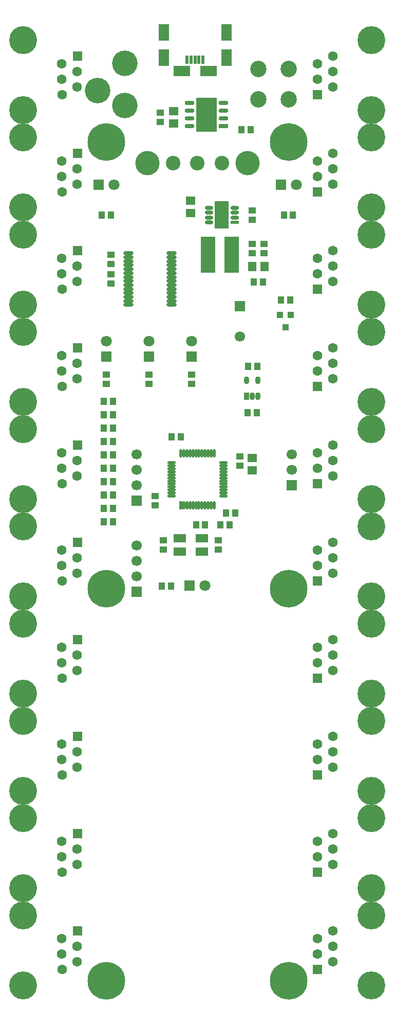
<source format=gbr>
G04 #@! TF.FileFunction,Soldermask,Top*
%FSLAX46Y46*%
G04 Gerber Fmt 4.6, Leading zero omitted, Abs format (unit mm)*
G04 Created by KiCad (PCBNEW (after 2015-mar-04 BZR unknown)-product) date 25.04.2015 20:58:03*
%MOMM*%
G01*
G04 APERTURE LIST*
%ADD10C,0.100000*%
%ADD11R,1.216000X1.089000*%
%ADD12R,1.343000X1.597000*%
%ADD13R,1.089000X1.216000*%
%ADD14R,1.700000X1.700000*%
%ADD15C,1.700000*%
%ADD16R,1.597000X1.343000*%
%ADD17R,1.800000X1.800000*%
%ADD18C,1.800000*%
%ADD19O,1.599540X0.708000*%
%ADD20R,1.599540X0.708000*%
%ADD21R,1.300000X1.300000*%
%ADD22R,1.400000X0.600000*%
%ADD23O,1.400000X0.600000*%
%ADD24R,0.835000X1.300000*%
%ADD25O,0.835000X1.300000*%
%ADD26R,0.500000X1.400000*%
%ADD27O,0.500000X1.400000*%
%ADD28O,1.400000X0.500000*%
%ADD29C,6.200000*%
%ADD30R,2.348840X5.998820*%
%ADD31R,1.114400X1.114400*%
%ADD32R,1.100000X1.200000*%
%ADD33R,1.200000X1.100000*%
%ADD34C,4.600000*%
%ADD35C,1.600000*%
%ADD36R,1.600000X1.600000*%
%ADD37C,4.200000*%
%ADD38C,2.700000*%
%ADD39R,1.700000X2.700000*%
%ADD40R,2.700000X1.700000*%
%ADD41R,0.600000X1.450000*%
%ADD42R,2.099920X1.398880*%
%ADD43C,2.400000*%
%ADD44C,4.000000*%
%ADD45O,1.700000X0.600000*%
G04 APERTURE END LIST*
D10*
D11*
X70200000Y-57038000D03*
X70200000Y-58562000D03*
X70200000Y-61762000D03*
X70200000Y-60238000D03*
D12*
X95516000Y-59000000D03*
X93484000Y-59000000D03*
D13*
X95262000Y-61500000D03*
X93738000Y-61500000D03*
X94362000Y-75400000D03*
X92838000Y-75400000D03*
X94262000Y-83000000D03*
X92738000Y-83000000D03*
D14*
X91500000Y-65500000D03*
D15*
X91500000Y-70500000D03*
D16*
X93500000Y-90484000D03*
X93500000Y-92516000D03*
D11*
X91500000Y-90238000D03*
X91500000Y-91762000D03*
X77500000Y-98262000D03*
X77500000Y-96738000D03*
D13*
X89238000Y-99500000D03*
X90762000Y-99500000D03*
X88238000Y-101500000D03*
X89762000Y-101500000D03*
X80238000Y-87000000D03*
X81762000Y-87000000D03*
D16*
X80600000Y-35416000D03*
X80600000Y-33384000D03*
D11*
X78400000Y-35162000D03*
X78400000Y-33638000D03*
D16*
X83400000Y-50216000D03*
X83400000Y-48184000D03*
D11*
X93500000Y-51262000D03*
X93500000Y-49738000D03*
X87900000Y-104038000D03*
X87900000Y-105562000D03*
X78900000Y-105562000D03*
X78900000Y-104038000D03*
D17*
X68230000Y-45500000D03*
D18*
X70770000Y-45500000D03*
D17*
X83500000Y-73770000D03*
D18*
X83500000Y-71230000D03*
D17*
X76500000Y-73770000D03*
D18*
X76500000Y-71230000D03*
D17*
X69500000Y-73770000D03*
D18*
X69500000Y-71230000D03*
D17*
X98230000Y-45500000D03*
D18*
X100770000Y-45500000D03*
D17*
X83230000Y-111500000D03*
D18*
X85770000Y-111500000D03*
D19*
X83206000Y-35905000D03*
D20*
X88794000Y-35905000D03*
D19*
X83206000Y-34635000D03*
X83206000Y-33365000D03*
X83206000Y-32095000D03*
X88794000Y-34635000D03*
X88794000Y-33365000D03*
X88794000Y-32095000D03*
D21*
X86000000Y-34000000D03*
X84900000Y-34000000D03*
X87100000Y-34000000D03*
X86000000Y-32900000D03*
X86000000Y-31800000D03*
X84900000Y-32900000D03*
X84900000Y-31800000D03*
X87100000Y-31800000D03*
X87100000Y-32900000D03*
X84900000Y-36200000D03*
X84900000Y-35100000D03*
X86000000Y-36200000D03*
X86000000Y-35100000D03*
X87100000Y-36200000D03*
X87100000Y-35100000D03*
X87950000Y-51050000D03*
X87950000Y-49950000D03*
X89050000Y-51050000D03*
X89050000Y-49950000D03*
X87950000Y-52150000D03*
X89050000Y-52150000D03*
X87950000Y-48850000D03*
X89050000Y-48850000D03*
D22*
X90600000Y-51700000D03*
D23*
X90600000Y-50900000D03*
X90600000Y-50100000D03*
X90600000Y-49300000D03*
X86400000Y-49300000D03*
X86400000Y-50100000D03*
X86400000Y-50900000D03*
X86400000Y-51700000D03*
D24*
X92550000Y-80300000D03*
D25*
X93500000Y-80300000D03*
X94450000Y-80300000D03*
X94450000Y-77700000D03*
X92550000Y-77700000D03*
D26*
X81750000Y-98250000D03*
D27*
X82250000Y-98250000D03*
X82750000Y-98250000D03*
X83250000Y-98250000D03*
X83750000Y-98250000D03*
X84250000Y-98250000D03*
X84750000Y-98250000D03*
X85250000Y-98250000D03*
X85750000Y-98250000D03*
X86250000Y-98250000D03*
X86750000Y-98250000D03*
X87250000Y-98250000D03*
D28*
X88750000Y-96750000D03*
X88750000Y-96250000D03*
X88750000Y-95750000D03*
X88750000Y-95250000D03*
X88750000Y-94750000D03*
X88750000Y-94250000D03*
X88750000Y-93750000D03*
X88750000Y-93250000D03*
X88750000Y-92750000D03*
X88750000Y-92250000D03*
X88750000Y-91750000D03*
X88750000Y-91250000D03*
D27*
X87250000Y-89750000D03*
X86750000Y-89750000D03*
X86250000Y-89750000D03*
X85750000Y-89750000D03*
X85250000Y-89750000D03*
X84750000Y-89750000D03*
X84250000Y-89750000D03*
X83750000Y-89750000D03*
X83250000Y-89750000D03*
X82750000Y-89750000D03*
X82250000Y-89750000D03*
X81750000Y-89750000D03*
D28*
X80250000Y-91250000D03*
X80250000Y-91750000D03*
X80250000Y-92250000D03*
X80250000Y-92750000D03*
X80250000Y-93250000D03*
X80250000Y-93750000D03*
X80250000Y-94250000D03*
X80250000Y-94750000D03*
X80250000Y-95250000D03*
X80250000Y-95750000D03*
X80250000Y-96250000D03*
X80250000Y-96750000D03*
D29*
X99500000Y-176500000D03*
X69500000Y-176500000D03*
X99500000Y-38500000D03*
X69500000Y-38500000D03*
D30*
X90125320Y-57000000D03*
X86274680Y-57000000D03*
D31*
X98111000Y-66984000D03*
X99889000Y-66984000D03*
X99000000Y-69016000D03*
D32*
X70250000Y-50500000D03*
X68750000Y-50500000D03*
D33*
X83500000Y-78250000D03*
X83500000Y-76750000D03*
D32*
X93250000Y-36500000D03*
X91750000Y-36500000D03*
D33*
X76500000Y-78250000D03*
X76500000Y-76750000D03*
X69500000Y-78250000D03*
X69500000Y-76750000D03*
D32*
X69050000Y-85600000D03*
X70550000Y-85600000D03*
X69050000Y-87800000D03*
X70550000Y-87800000D03*
X84250000Y-101500000D03*
X85750000Y-101500000D03*
X69050000Y-98800000D03*
X70550000Y-98800000D03*
X69050000Y-81200000D03*
X70550000Y-81200000D03*
D33*
X93500000Y-56750000D03*
X93500000Y-55250000D03*
X95500000Y-55250000D03*
X95500000Y-56750000D03*
D32*
X69050000Y-83400000D03*
X70550000Y-83400000D03*
X69050000Y-90000000D03*
X70550000Y-90000000D03*
X69050000Y-92200000D03*
X70550000Y-92200000D03*
X69050000Y-94400000D03*
X70550000Y-94400000D03*
X69050000Y-96600000D03*
X70550000Y-96600000D03*
X69050000Y-101000000D03*
X70550000Y-101000000D03*
X98250000Y-64500000D03*
X99750000Y-64500000D03*
X78650000Y-111600000D03*
X80150000Y-111600000D03*
X98750000Y-50500000D03*
X100250000Y-50500000D03*
D14*
X74500000Y-97500000D03*
D15*
X74500000Y-94960000D03*
X74500000Y-92420000D03*
X74500000Y-89880000D03*
D14*
X100000000Y-95000000D03*
D15*
X100000000Y-92460000D03*
X100000000Y-89920000D03*
D14*
X74500000Y-112500000D03*
D15*
X74500000Y-109960000D03*
X74500000Y-107420000D03*
X74500000Y-104880000D03*
D34*
X55800000Y-21750000D03*
X55800000Y-33250000D03*
D35*
X64689960Y-26865000D03*
X62149960Y-28135000D03*
X64689960Y-29405000D03*
X62149960Y-25595000D03*
D36*
X64692500Y-24325000D03*
D35*
X62152500Y-30675000D03*
D34*
X55800000Y-37750000D03*
X55800000Y-49250000D03*
D35*
X64689960Y-42865000D03*
X62149960Y-44135000D03*
X64689960Y-45405000D03*
X62149960Y-41595000D03*
D36*
X64692500Y-40325000D03*
D35*
X62152500Y-46675000D03*
D34*
X55800000Y-53750000D03*
X55800000Y-65250000D03*
D35*
X64689960Y-58865000D03*
X62149960Y-60135000D03*
X64689960Y-61405000D03*
X62149960Y-57595000D03*
D36*
X64692500Y-56325000D03*
D35*
X62152500Y-62675000D03*
D34*
X55800000Y-69750000D03*
X55800000Y-81250000D03*
D35*
X64689960Y-74865000D03*
X62149960Y-76135000D03*
X64689960Y-77405000D03*
X62149960Y-73595000D03*
D36*
X64692500Y-72325000D03*
D35*
X62152500Y-78675000D03*
D34*
X55800000Y-85750000D03*
X55800000Y-97250000D03*
D35*
X64689960Y-90865000D03*
X62149960Y-92135000D03*
X64689960Y-93405000D03*
X62149960Y-89595000D03*
D36*
X64692500Y-88325000D03*
D35*
X62152500Y-94675000D03*
D37*
X72500000Y-25500000D03*
X68000000Y-30000000D03*
X72500000Y-32500000D03*
D38*
X99500000Y-31500000D03*
X99500000Y-26500000D03*
X94500000Y-26500000D03*
X94500000Y-31500000D03*
D34*
X55800000Y-101750000D03*
X55800000Y-113250000D03*
D35*
X64689960Y-106865000D03*
X62149960Y-108135000D03*
X64689960Y-109405000D03*
X62149960Y-105595000D03*
D36*
X64692500Y-104325000D03*
D35*
X62152500Y-110675000D03*
D34*
X55800000Y-117750000D03*
X55800000Y-129250000D03*
D35*
X64689960Y-122865000D03*
X62149960Y-124135000D03*
X64689960Y-125405000D03*
X62149960Y-121595000D03*
D36*
X64692500Y-120325000D03*
D35*
X62152500Y-126675000D03*
D34*
X55800000Y-133750000D03*
X55800000Y-145250000D03*
D35*
X64689960Y-138865000D03*
X62149960Y-140135000D03*
X64689960Y-141405000D03*
X62149960Y-137595000D03*
D36*
X64692500Y-136325000D03*
D35*
X62152500Y-142675000D03*
D34*
X55800000Y-149750000D03*
X55800000Y-161250000D03*
D35*
X64689960Y-154865000D03*
X62149960Y-156135000D03*
X64689960Y-157405000D03*
X62149960Y-153595000D03*
D36*
X64692500Y-152325000D03*
D35*
X62152500Y-158675000D03*
D34*
X55800000Y-165750000D03*
X55800000Y-177250000D03*
D35*
X64689960Y-170865000D03*
X62149960Y-172135000D03*
X64689960Y-173405000D03*
X62149960Y-169595000D03*
D36*
X64692500Y-168325000D03*
D35*
X62152500Y-174675000D03*
D39*
X89250000Y-20450000D03*
X78950000Y-20450000D03*
X89250000Y-24650000D03*
X78950000Y-24650000D03*
D40*
X86300000Y-26850000D03*
X81900000Y-26850000D03*
D41*
X85400000Y-24975000D03*
X84750000Y-24975000D03*
X84100000Y-24975000D03*
X83450000Y-24975000D03*
X82800000Y-24975000D03*
D34*
X113200000Y-33250000D03*
X113200000Y-21750000D03*
D35*
X104310040Y-28135000D03*
X106850040Y-26865000D03*
X104310040Y-25595000D03*
X106850040Y-29405000D03*
D36*
X104307500Y-30675000D03*
D35*
X106847500Y-24325000D03*
D34*
X113200000Y-49250000D03*
X113200000Y-37750000D03*
D35*
X104310040Y-44135000D03*
X106850040Y-42865000D03*
X104310040Y-41595000D03*
X106850040Y-45405000D03*
D36*
X104307500Y-46675000D03*
D35*
X106847500Y-40325000D03*
D34*
X113200000Y-65250000D03*
X113200000Y-53750000D03*
D35*
X104310040Y-60135000D03*
X106850040Y-58865000D03*
X104310040Y-57595000D03*
X106850040Y-61405000D03*
D36*
X104307500Y-62675000D03*
D35*
X106847500Y-56325000D03*
D34*
X113200000Y-81250000D03*
X113200000Y-69750000D03*
D35*
X104310040Y-76135000D03*
X106850040Y-74865000D03*
X104310040Y-73595000D03*
X106850040Y-77405000D03*
D36*
X104307500Y-78675000D03*
D35*
X106847500Y-72325000D03*
D34*
X113200000Y-97250000D03*
X113200000Y-85750000D03*
D35*
X104310040Y-92135000D03*
X106850040Y-90865000D03*
X104310040Y-89595000D03*
X106850040Y-93405000D03*
D36*
X104307500Y-94675000D03*
D35*
X106847500Y-88325000D03*
D34*
X113200000Y-113250000D03*
X113200000Y-101750000D03*
D35*
X104310040Y-108135000D03*
X106850040Y-106865000D03*
X104310040Y-105595000D03*
X106850040Y-109405000D03*
D36*
X104307500Y-110675000D03*
D35*
X106847500Y-104325000D03*
D34*
X113200000Y-129250000D03*
X113200000Y-117750000D03*
D35*
X104310040Y-124135000D03*
X106850040Y-122865000D03*
X104310040Y-121595000D03*
X106850040Y-125405000D03*
D36*
X104307500Y-126675000D03*
D35*
X106847500Y-120325000D03*
D34*
X113200000Y-145250000D03*
X113200000Y-133750000D03*
D35*
X104310040Y-140135000D03*
X106850040Y-138865000D03*
X104310040Y-137595000D03*
X106850040Y-141405000D03*
D36*
X104307500Y-142675000D03*
D35*
X106847500Y-136325000D03*
D34*
X113200000Y-161250000D03*
X113200000Y-149750000D03*
D35*
X104310040Y-156135000D03*
X106850040Y-154865000D03*
X104310040Y-153595000D03*
X106850040Y-157405000D03*
D36*
X104307500Y-158675000D03*
D35*
X106847500Y-152325000D03*
D34*
X113200000Y-177250000D03*
X113200000Y-165750000D03*
D35*
X104310040Y-172135000D03*
X106850040Y-170865000D03*
X104310040Y-169595000D03*
X106850040Y-173405000D03*
D36*
X104307500Y-174675000D03*
D35*
X106847500Y-168325000D03*
D42*
X81550880Y-105899820D03*
X85249120Y-105899820D03*
X85249120Y-103700180D03*
X81550880Y-103700180D03*
D43*
X80500000Y-42000000D03*
X84500000Y-42000000D03*
X88500000Y-42000000D03*
D44*
X76250000Y-42000000D03*
X92750000Y-42000000D03*
D29*
X99500000Y-112000000D03*
X69500000Y-112000000D03*
D45*
X80250000Y-65270000D03*
X80250000Y-64620000D03*
X80250000Y-63970000D03*
X80250000Y-63320000D03*
X80250000Y-62670000D03*
X80250000Y-62020000D03*
X80250000Y-61370000D03*
X80250000Y-60720000D03*
X80250000Y-60070000D03*
X80250000Y-59420000D03*
X80250000Y-58770000D03*
X80250000Y-58120000D03*
X80250000Y-57470000D03*
X80250000Y-56820000D03*
X73150000Y-56820000D03*
X73150000Y-57470000D03*
X73150000Y-58120000D03*
X73150000Y-58770000D03*
X73150000Y-59420000D03*
X73150000Y-60070000D03*
X73150000Y-60720000D03*
X73150000Y-61370000D03*
X73150000Y-62020000D03*
X73150000Y-62670000D03*
X73150000Y-63320000D03*
X73150000Y-63970000D03*
X73150000Y-64620000D03*
X73150000Y-65270000D03*
M02*

</source>
